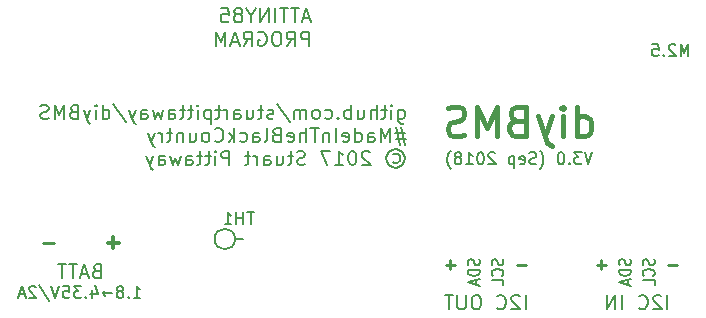
<source format=gbo>
G04 #@! TF.GenerationSoftware,KiCad,Pcbnew,(5.0.0-rc2-160-g7b7355772)*
G04 #@! TF.CreationDate,2018-09-02T18:15:38+01:00*
G04 #@! TF.ProjectId,BMS_Cell_Module,424D535F43656C6C5F4D6F64756C652E,3.0*
G04 #@! TF.SameCoordinates,Original*
G04 #@! TF.FileFunction,Legend,Bot*
G04 #@! TF.FilePolarity,Positive*
%FSLAX46Y46*%
G04 Gerber Fmt 4.6, Leading zero omitted, Abs format (unit mm)*
G04 Created by KiCad (PCBNEW (5.0.0-rc2-160-g7b7355772)) date 09/02/18 18:15:38*
%MOMM*%
%LPD*%
G01*
G04 APERTURE LIST*
%ADD10C,0.150000*%
%ADD11C,0.250000*%
%ADD12C,0.200000*%
%ADD13C,0.400000*%
%ADD14C,0.300000*%
G04 APERTURE END LIST*
D10*
X134150000Y-91950000D02*
X134800000Y-91950000D01*
X134148212Y-91950000D02*
G75*
G03X134148212Y-91950000I-873212J0D01*
G01*
X135735714Y-89702380D02*
X135164285Y-89702380D01*
X135450000Y-90702380D02*
X135450000Y-89702380D01*
X134830952Y-90702380D02*
X134830952Y-89702380D01*
X134830952Y-90178571D02*
X134259523Y-90178571D01*
X134259523Y-90702380D02*
X134259523Y-89702380D01*
X133259523Y-90702380D02*
X133830952Y-90702380D01*
X133545238Y-90702380D02*
X133545238Y-89702380D01*
X133640476Y-89845238D01*
X133735714Y-89940476D01*
X133830952Y-89988095D01*
D11*
X170769047Y-94121428D02*
X171530952Y-94121428D01*
X157969047Y-94121428D02*
X158730952Y-94121428D01*
X164769047Y-94121428D02*
X165530952Y-94121428D01*
X165150000Y-94502380D02*
X165150000Y-93740476D01*
X151969047Y-94121428D02*
X152730952Y-94121428D01*
X152350000Y-94502380D02*
X152350000Y-93740476D01*
D10*
X167604761Y-93657142D02*
X167652380Y-93785714D01*
X167652380Y-94000000D01*
X167604761Y-94085714D01*
X167557142Y-94128571D01*
X167461904Y-94171428D01*
X167366666Y-94171428D01*
X167271428Y-94128571D01*
X167223809Y-94085714D01*
X167176190Y-94000000D01*
X167128571Y-93828571D01*
X167080952Y-93742857D01*
X167033333Y-93700000D01*
X166938095Y-93657142D01*
X166842857Y-93657142D01*
X166747619Y-93700000D01*
X166700000Y-93742857D01*
X166652380Y-93828571D01*
X166652380Y-94042857D01*
X166700000Y-94171428D01*
X167652380Y-94557142D02*
X166652380Y-94557142D01*
X166652380Y-94771428D01*
X166700000Y-94900000D01*
X166795238Y-94985714D01*
X166890476Y-95028571D01*
X167080952Y-95071428D01*
X167223809Y-95071428D01*
X167414285Y-95028571D01*
X167509523Y-94985714D01*
X167604761Y-94900000D01*
X167652380Y-94771428D01*
X167652380Y-94557142D01*
X167366666Y-95414285D02*
X167366666Y-95842857D01*
X167652380Y-95328571D02*
X166652380Y-95628571D01*
X167652380Y-95928571D01*
X154804761Y-93657142D02*
X154852380Y-93785714D01*
X154852380Y-94000000D01*
X154804761Y-94085714D01*
X154757142Y-94128571D01*
X154661904Y-94171428D01*
X154566666Y-94171428D01*
X154471428Y-94128571D01*
X154423809Y-94085714D01*
X154376190Y-94000000D01*
X154328571Y-93828571D01*
X154280952Y-93742857D01*
X154233333Y-93700000D01*
X154138095Y-93657142D01*
X154042857Y-93657142D01*
X153947619Y-93700000D01*
X153900000Y-93742857D01*
X153852380Y-93828571D01*
X153852380Y-94042857D01*
X153900000Y-94171428D01*
X154852380Y-94557142D02*
X153852380Y-94557142D01*
X153852380Y-94771428D01*
X153900000Y-94900000D01*
X153995238Y-94985714D01*
X154090476Y-95028571D01*
X154280952Y-95071428D01*
X154423809Y-95071428D01*
X154614285Y-95028571D01*
X154709523Y-94985714D01*
X154804761Y-94900000D01*
X154852380Y-94771428D01*
X154852380Y-94557142D01*
X154566666Y-95414285D02*
X154566666Y-95842857D01*
X154852380Y-95328571D02*
X153852380Y-95628571D01*
X154852380Y-95928571D01*
X156804761Y-93653571D02*
X156852380Y-93782142D01*
X156852380Y-93996428D01*
X156804761Y-94082142D01*
X156757142Y-94125000D01*
X156661904Y-94167857D01*
X156566666Y-94167857D01*
X156471428Y-94125000D01*
X156423809Y-94082142D01*
X156376190Y-93996428D01*
X156328571Y-93825000D01*
X156280952Y-93739285D01*
X156233333Y-93696428D01*
X156138095Y-93653571D01*
X156042857Y-93653571D01*
X155947619Y-93696428D01*
X155900000Y-93739285D01*
X155852380Y-93825000D01*
X155852380Y-94039285D01*
X155900000Y-94167857D01*
X156757142Y-95067857D02*
X156804761Y-95025000D01*
X156852380Y-94896428D01*
X156852380Y-94810714D01*
X156804761Y-94682142D01*
X156709523Y-94596428D01*
X156614285Y-94553571D01*
X156423809Y-94510714D01*
X156280952Y-94510714D01*
X156090476Y-94553571D01*
X155995238Y-94596428D01*
X155900000Y-94682142D01*
X155852380Y-94810714D01*
X155852380Y-94896428D01*
X155900000Y-95025000D01*
X155947619Y-95067857D01*
X156852380Y-95882142D02*
X156852380Y-95453571D01*
X155852380Y-95453571D01*
X169604761Y-93653571D02*
X169652380Y-93782142D01*
X169652380Y-93996428D01*
X169604761Y-94082142D01*
X169557142Y-94125000D01*
X169461904Y-94167857D01*
X169366666Y-94167857D01*
X169271428Y-94125000D01*
X169223809Y-94082142D01*
X169176190Y-93996428D01*
X169128571Y-93825000D01*
X169080952Y-93739285D01*
X169033333Y-93696428D01*
X168938095Y-93653571D01*
X168842857Y-93653571D01*
X168747619Y-93696428D01*
X168700000Y-93739285D01*
X168652380Y-93825000D01*
X168652380Y-94039285D01*
X168700000Y-94167857D01*
X169557142Y-95067857D02*
X169604761Y-95025000D01*
X169652380Y-94896428D01*
X169652380Y-94810714D01*
X169604761Y-94682142D01*
X169509523Y-94596428D01*
X169414285Y-94553571D01*
X169223809Y-94510714D01*
X169080952Y-94510714D01*
X168890476Y-94553571D01*
X168795238Y-94596428D01*
X168700000Y-94682142D01*
X168652380Y-94810714D01*
X168652380Y-94896428D01*
X168700000Y-95025000D01*
X168747619Y-95067857D01*
X169652380Y-95882142D02*
X169652380Y-95453571D01*
X168652380Y-95453571D01*
X125546428Y-96927380D02*
X126117857Y-96927380D01*
X125832142Y-96927380D02*
X125832142Y-95927380D01*
X125927380Y-96070238D01*
X126022619Y-96165476D01*
X126117857Y-96213095D01*
X125117857Y-96832142D02*
X125070238Y-96879761D01*
X125117857Y-96927380D01*
X125165476Y-96879761D01*
X125117857Y-96832142D01*
X125117857Y-96927380D01*
X124498809Y-96355952D02*
X124594047Y-96308333D01*
X124641666Y-96260714D01*
X124689285Y-96165476D01*
X124689285Y-96117857D01*
X124641666Y-96022619D01*
X124594047Y-95975000D01*
X124498809Y-95927380D01*
X124308333Y-95927380D01*
X124213095Y-95975000D01*
X124165476Y-96022619D01*
X124117857Y-96117857D01*
X124117857Y-96165476D01*
X124165476Y-96260714D01*
X124213095Y-96308333D01*
X124308333Y-96355952D01*
X124498809Y-96355952D01*
X124594047Y-96403571D01*
X124641666Y-96451190D01*
X124689285Y-96546428D01*
X124689285Y-96736904D01*
X124641666Y-96832142D01*
X124594047Y-96879761D01*
X124498809Y-96927380D01*
X124308333Y-96927380D01*
X124213095Y-96879761D01*
X124165476Y-96832142D01*
X124117857Y-96736904D01*
X124117857Y-96546428D01*
X124165476Y-96451190D01*
X124213095Y-96403571D01*
X124308333Y-96355952D01*
X123689285Y-96546428D02*
X122927380Y-96546428D01*
X123117857Y-96736904D02*
X122927380Y-96546428D01*
X123117857Y-96355952D01*
X122022619Y-96260714D02*
X122022619Y-96927380D01*
X122260714Y-95879761D02*
X122498809Y-96594047D01*
X121879761Y-96594047D01*
X121498809Y-96832142D02*
X121451190Y-96879761D01*
X121498809Y-96927380D01*
X121546428Y-96879761D01*
X121498809Y-96832142D01*
X121498809Y-96927380D01*
X121117857Y-95927380D02*
X120498809Y-95927380D01*
X120832142Y-96308333D01*
X120689285Y-96308333D01*
X120594047Y-96355952D01*
X120546428Y-96403571D01*
X120498809Y-96498809D01*
X120498809Y-96736904D01*
X120546428Y-96832142D01*
X120594047Y-96879761D01*
X120689285Y-96927380D01*
X120975000Y-96927380D01*
X121070238Y-96879761D01*
X121117857Y-96832142D01*
X119594047Y-95927380D02*
X120070238Y-95927380D01*
X120117857Y-96403571D01*
X120070238Y-96355952D01*
X119975000Y-96308333D01*
X119736904Y-96308333D01*
X119641666Y-96355952D01*
X119594047Y-96403571D01*
X119546428Y-96498809D01*
X119546428Y-96736904D01*
X119594047Y-96832142D01*
X119641666Y-96879761D01*
X119736904Y-96927380D01*
X119975000Y-96927380D01*
X120070238Y-96879761D01*
X120117857Y-96832142D01*
X119260714Y-95927380D02*
X118927380Y-96927380D01*
X118594047Y-95927380D01*
X117546428Y-95879761D02*
X118403571Y-97165476D01*
X117260714Y-96022619D02*
X117213095Y-95975000D01*
X117117857Y-95927380D01*
X116879761Y-95927380D01*
X116784523Y-95975000D01*
X116736904Y-96022619D01*
X116689285Y-96117857D01*
X116689285Y-96213095D01*
X116736904Y-96355952D01*
X117308333Y-96927380D01*
X116689285Y-96927380D01*
X116308333Y-96641666D02*
X115832142Y-96641666D01*
X116403571Y-96927380D02*
X116070238Y-95927380D01*
X115736904Y-96927380D01*
D12*
X140461428Y-73260000D02*
X139890000Y-73260000D01*
X140575714Y-73602857D02*
X140175714Y-72402857D01*
X139775714Y-73602857D01*
X139547142Y-72402857D02*
X138861428Y-72402857D01*
X139204285Y-73602857D02*
X139204285Y-72402857D01*
X138632857Y-72402857D02*
X137947142Y-72402857D01*
X138290000Y-73602857D02*
X138290000Y-72402857D01*
X137547142Y-73602857D02*
X137547142Y-72402857D01*
X136975714Y-73602857D02*
X136975714Y-72402857D01*
X136290000Y-73602857D01*
X136290000Y-72402857D01*
X135490000Y-73031428D02*
X135490000Y-73602857D01*
X135890000Y-72402857D02*
X135490000Y-73031428D01*
X135090000Y-72402857D01*
X134518571Y-72917142D02*
X134632857Y-72860000D01*
X134690000Y-72802857D01*
X134747142Y-72688571D01*
X134747142Y-72631428D01*
X134690000Y-72517142D01*
X134632857Y-72460000D01*
X134518571Y-72402857D01*
X134290000Y-72402857D01*
X134175714Y-72460000D01*
X134118571Y-72517142D01*
X134061428Y-72631428D01*
X134061428Y-72688571D01*
X134118571Y-72802857D01*
X134175714Y-72860000D01*
X134290000Y-72917142D01*
X134518571Y-72917142D01*
X134632857Y-72974285D01*
X134690000Y-73031428D01*
X134747142Y-73145714D01*
X134747142Y-73374285D01*
X134690000Y-73488571D01*
X134632857Y-73545714D01*
X134518571Y-73602857D01*
X134290000Y-73602857D01*
X134175714Y-73545714D01*
X134118571Y-73488571D01*
X134061428Y-73374285D01*
X134061428Y-73145714D01*
X134118571Y-73031428D01*
X134175714Y-72974285D01*
X134290000Y-72917142D01*
X132975714Y-72402857D02*
X133547142Y-72402857D01*
X133604285Y-72974285D01*
X133547142Y-72917142D01*
X133432857Y-72860000D01*
X133147142Y-72860000D01*
X133032857Y-72917142D01*
X132975714Y-72974285D01*
X132918571Y-73088571D01*
X132918571Y-73374285D01*
X132975714Y-73488571D01*
X133032857Y-73545714D01*
X133147142Y-73602857D01*
X133432857Y-73602857D01*
X133547142Y-73545714D01*
X133604285Y-73488571D01*
X140404285Y-75602857D02*
X140404285Y-74402857D01*
X139947142Y-74402857D01*
X139832857Y-74460000D01*
X139775714Y-74517142D01*
X139718571Y-74631428D01*
X139718571Y-74802857D01*
X139775714Y-74917142D01*
X139832857Y-74974285D01*
X139947142Y-75031428D01*
X140404285Y-75031428D01*
X138518571Y-75602857D02*
X138918571Y-75031428D01*
X139204285Y-75602857D02*
X139204285Y-74402857D01*
X138747142Y-74402857D01*
X138632857Y-74460000D01*
X138575714Y-74517142D01*
X138518571Y-74631428D01*
X138518571Y-74802857D01*
X138575714Y-74917142D01*
X138632857Y-74974285D01*
X138747142Y-75031428D01*
X139204285Y-75031428D01*
X137775714Y-74402857D02*
X137547142Y-74402857D01*
X137432857Y-74460000D01*
X137318571Y-74574285D01*
X137261428Y-74802857D01*
X137261428Y-75202857D01*
X137318571Y-75431428D01*
X137432857Y-75545714D01*
X137547142Y-75602857D01*
X137775714Y-75602857D01*
X137890000Y-75545714D01*
X138004285Y-75431428D01*
X138061428Y-75202857D01*
X138061428Y-74802857D01*
X138004285Y-74574285D01*
X137890000Y-74460000D01*
X137775714Y-74402857D01*
X136118571Y-74460000D02*
X136232857Y-74402857D01*
X136404285Y-74402857D01*
X136575714Y-74460000D01*
X136690000Y-74574285D01*
X136747142Y-74688571D01*
X136804285Y-74917142D01*
X136804285Y-75088571D01*
X136747142Y-75317142D01*
X136690000Y-75431428D01*
X136575714Y-75545714D01*
X136404285Y-75602857D01*
X136290000Y-75602857D01*
X136118571Y-75545714D01*
X136061428Y-75488571D01*
X136061428Y-75088571D01*
X136290000Y-75088571D01*
X134861428Y-75602857D02*
X135261428Y-75031428D01*
X135547142Y-75602857D02*
X135547142Y-74402857D01*
X135090000Y-74402857D01*
X134975714Y-74460000D01*
X134918571Y-74517142D01*
X134861428Y-74631428D01*
X134861428Y-74802857D01*
X134918571Y-74917142D01*
X134975714Y-74974285D01*
X135090000Y-75031428D01*
X135547142Y-75031428D01*
X134404285Y-75260000D02*
X133832857Y-75260000D01*
X134518571Y-75602857D02*
X134118571Y-74402857D01*
X133718571Y-75602857D01*
X133318571Y-75602857D02*
X133318571Y-74402857D01*
X132918571Y-75260000D01*
X132518571Y-74402857D01*
X132518571Y-75602857D01*
D10*
X172523809Y-76452380D02*
X172523809Y-75452380D01*
X172190476Y-76166666D01*
X171857142Y-75452380D01*
X171857142Y-76452380D01*
X171428571Y-75547619D02*
X171380952Y-75500000D01*
X171285714Y-75452380D01*
X171047619Y-75452380D01*
X170952380Y-75500000D01*
X170904761Y-75547619D01*
X170857142Y-75642857D01*
X170857142Y-75738095D01*
X170904761Y-75880952D01*
X171476190Y-76452380D01*
X170857142Y-76452380D01*
X170428571Y-76357142D02*
X170380952Y-76404761D01*
X170428571Y-76452380D01*
X170476190Y-76404761D01*
X170428571Y-76357142D01*
X170428571Y-76452380D01*
X169476190Y-75452380D02*
X169952380Y-75452380D01*
X170000000Y-75928571D01*
X169952380Y-75880952D01*
X169857142Y-75833333D01*
X169619047Y-75833333D01*
X169523809Y-75880952D01*
X169476190Y-75928571D01*
X169428571Y-76023809D01*
X169428571Y-76261904D01*
X169476190Y-76357142D01*
X169523809Y-76404761D01*
X169619047Y-76452380D01*
X169857142Y-76452380D01*
X169952380Y-76404761D01*
X170000000Y-76357142D01*
X147952500Y-80992857D02*
X147952500Y-81964285D01*
X148009642Y-82078571D01*
X148066785Y-82135714D01*
X148181071Y-82192857D01*
X148352500Y-82192857D01*
X148466785Y-82135714D01*
X147952500Y-81735714D02*
X148066785Y-81792857D01*
X148295357Y-81792857D01*
X148409642Y-81735714D01*
X148466785Y-81678571D01*
X148523928Y-81564285D01*
X148523928Y-81221428D01*
X148466785Y-81107142D01*
X148409642Y-81050000D01*
X148295357Y-80992857D01*
X148066785Y-80992857D01*
X147952500Y-81050000D01*
X147381071Y-81792857D02*
X147381071Y-80992857D01*
X147381071Y-80592857D02*
X147438214Y-80650000D01*
X147381071Y-80707142D01*
X147323928Y-80650000D01*
X147381071Y-80592857D01*
X147381071Y-80707142D01*
X146981071Y-80992857D02*
X146523928Y-80992857D01*
X146809642Y-80592857D02*
X146809642Y-81621428D01*
X146752500Y-81735714D01*
X146638214Y-81792857D01*
X146523928Y-81792857D01*
X146123928Y-81792857D02*
X146123928Y-80592857D01*
X145609642Y-81792857D02*
X145609642Y-81164285D01*
X145666785Y-81050000D01*
X145781071Y-80992857D01*
X145952500Y-80992857D01*
X146066785Y-81050000D01*
X146123928Y-81107142D01*
X144523928Y-80992857D02*
X144523928Y-81792857D01*
X145038214Y-80992857D02*
X145038214Y-81621428D01*
X144981071Y-81735714D01*
X144866785Y-81792857D01*
X144695357Y-81792857D01*
X144581071Y-81735714D01*
X144523928Y-81678571D01*
X143952500Y-81792857D02*
X143952500Y-80592857D01*
X143952500Y-81050000D02*
X143838214Y-80992857D01*
X143609642Y-80992857D01*
X143495357Y-81050000D01*
X143438214Y-81107142D01*
X143381071Y-81221428D01*
X143381071Y-81564285D01*
X143438214Y-81678571D01*
X143495357Y-81735714D01*
X143609642Y-81792857D01*
X143838214Y-81792857D01*
X143952500Y-81735714D01*
X142866785Y-81678571D02*
X142809642Y-81735714D01*
X142866785Y-81792857D01*
X142923928Y-81735714D01*
X142866785Y-81678571D01*
X142866785Y-81792857D01*
X141781071Y-81735714D02*
X141895357Y-81792857D01*
X142123928Y-81792857D01*
X142238214Y-81735714D01*
X142295357Y-81678571D01*
X142352500Y-81564285D01*
X142352500Y-81221428D01*
X142295357Y-81107142D01*
X142238214Y-81050000D01*
X142123928Y-80992857D01*
X141895357Y-80992857D01*
X141781071Y-81050000D01*
X141095357Y-81792857D02*
X141209642Y-81735714D01*
X141266785Y-81678571D01*
X141323928Y-81564285D01*
X141323928Y-81221428D01*
X141266785Y-81107142D01*
X141209642Y-81050000D01*
X141095357Y-80992857D01*
X140923928Y-80992857D01*
X140809642Y-81050000D01*
X140752500Y-81107142D01*
X140695357Y-81221428D01*
X140695357Y-81564285D01*
X140752500Y-81678571D01*
X140809642Y-81735714D01*
X140923928Y-81792857D01*
X141095357Y-81792857D01*
X140181071Y-81792857D02*
X140181071Y-80992857D01*
X140181071Y-81107142D02*
X140123928Y-81050000D01*
X140009642Y-80992857D01*
X139838214Y-80992857D01*
X139723928Y-81050000D01*
X139666785Y-81164285D01*
X139666785Y-81792857D01*
X139666785Y-81164285D02*
X139609642Y-81050000D01*
X139495357Y-80992857D01*
X139323928Y-80992857D01*
X139209642Y-81050000D01*
X139152500Y-81164285D01*
X139152500Y-81792857D01*
X137723928Y-80535714D02*
X138752500Y-82078571D01*
X137381071Y-81735714D02*
X137266785Y-81792857D01*
X137038214Y-81792857D01*
X136923928Y-81735714D01*
X136866785Y-81621428D01*
X136866785Y-81564285D01*
X136923928Y-81450000D01*
X137038214Y-81392857D01*
X137209642Y-81392857D01*
X137323928Y-81335714D01*
X137381071Y-81221428D01*
X137381071Y-81164285D01*
X137323928Y-81050000D01*
X137209642Y-80992857D01*
X137038214Y-80992857D01*
X136923928Y-81050000D01*
X136523928Y-80992857D02*
X136066785Y-80992857D01*
X136352500Y-80592857D02*
X136352500Y-81621428D01*
X136295357Y-81735714D01*
X136181071Y-81792857D01*
X136066785Y-81792857D01*
X135152500Y-80992857D02*
X135152500Y-81792857D01*
X135666785Y-80992857D02*
X135666785Y-81621428D01*
X135609642Y-81735714D01*
X135495357Y-81792857D01*
X135323928Y-81792857D01*
X135209642Y-81735714D01*
X135152500Y-81678571D01*
X134066785Y-81792857D02*
X134066785Y-81164285D01*
X134123928Y-81050000D01*
X134238214Y-80992857D01*
X134466785Y-80992857D01*
X134581071Y-81050000D01*
X134066785Y-81735714D02*
X134181071Y-81792857D01*
X134466785Y-81792857D01*
X134581071Y-81735714D01*
X134638214Y-81621428D01*
X134638214Y-81507142D01*
X134581071Y-81392857D01*
X134466785Y-81335714D01*
X134181071Y-81335714D01*
X134066785Y-81278571D01*
X133495357Y-81792857D02*
X133495357Y-80992857D01*
X133495357Y-81221428D02*
X133438214Y-81107142D01*
X133381071Y-81050000D01*
X133266785Y-80992857D01*
X133152499Y-80992857D01*
X132923928Y-80992857D02*
X132466785Y-80992857D01*
X132752499Y-80592857D02*
X132752499Y-81621428D01*
X132695357Y-81735714D01*
X132581071Y-81792857D01*
X132466785Y-81792857D01*
X132066785Y-80992857D02*
X132066785Y-82192857D01*
X132066785Y-81050000D02*
X131952499Y-80992857D01*
X131723928Y-80992857D01*
X131609642Y-81050000D01*
X131552499Y-81107142D01*
X131495357Y-81221428D01*
X131495357Y-81564285D01*
X131552499Y-81678571D01*
X131609642Y-81735714D01*
X131723928Y-81792857D01*
X131952499Y-81792857D01*
X132066785Y-81735714D01*
X130981071Y-81792857D02*
X130981071Y-80992857D01*
X130981071Y-80592857D02*
X131038214Y-80650000D01*
X130981071Y-80707142D01*
X130923928Y-80650000D01*
X130981071Y-80592857D01*
X130981071Y-80707142D01*
X130581071Y-80992857D02*
X130123928Y-80992857D01*
X130409642Y-80592857D02*
X130409642Y-81621428D01*
X130352499Y-81735714D01*
X130238214Y-81792857D01*
X130123928Y-81792857D01*
X129895357Y-80992857D02*
X129438214Y-80992857D01*
X129723928Y-80592857D02*
X129723928Y-81621428D01*
X129666785Y-81735714D01*
X129552499Y-81792857D01*
X129438214Y-81792857D01*
X128523928Y-81792857D02*
X128523928Y-81164285D01*
X128581071Y-81050000D01*
X128695357Y-80992857D01*
X128923928Y-80992857D01*
X129038214Y-81050000D01*
X128523928Y-81735714D02*
X128638214Y-81792857D01*
X128923928Y-81792857D01*
X129038214Y-81735714D01*
X129095357Y-81621428D01*
X129095357Y-81507142D01*
X129038214Y-81392857D01*
X128923928Y-81335714D01*
X128638214Y-81335714D01*
X128523928Y-81278571D01*
X128066785Y-80992857D02*
X127838214Y-81792857D01*
X127609642Y-81221428D01*
X127381071Y-81792857D01*
X127152499Y-80992857D01*
X126181071Y-81792857D02*
X126181071Y-81164285D01*
X126238214Y-81050000D01*
X126352499Y-80992857D01*
X126581071Y-80992857D01*
X126695357Y-81050000D01*
X126181071Y-81735714D02*
X126295357Y-81792857D01*
X126581071Y-81792857D01*
X126695357Y-81735714D01*
X126752499Y-81621428D01*
X126752499Y-81507142D01*
X126695357Y-81392857D01*
X126581071Y-81335714D01*
X126295357Y-81335714D01*
X126181071Y-81278571D01*
X125723928Y-80992857D02*
X125438214Y-81792857D01*
X125152499Y-80992857D02*
X125438214Y-81792857D01*
X125552499Y-82078571D01*
X125609642Y-82135714D01*
X125723928Y-82192857D01*
X123838214Y-80535714D02*
X124866785Y-82078571D01*
X122923928Y-81792857D02*
X122923928Y-80592857D01*
X122923928Y-81735714D02*
X123038214Y-81792857D01*
X123266785Y-81792857D01*
X123381071Y-81735714D01*
X123438214Y-81678571D01*
X123495357Y-81564285D01*
X123495357Y-81221428D01*
X123438214Y-81107142D01*
X123381071Y-81050000D01*
X123266785Y-80992857D01*
X123038214Y-80992857D01*
X122923928Y-81050000D01*
X122352499Y-81792857D02*
X122352499Y-80992857D01*
X122352499Y-80592857D02*
X122409642Y-80650000D01*
X122352499Y-80707142D01*
X122295357Y-80650000D01*
X122352499Y-80592857D01*
X122352499Y-80707142D01*
X121895357Y-80992857D02*
X121609642Y-81792857D01*
X121323928Y-80992857D02*
X121609642Y-81792857D01*
X121723928Y-82078571D01*
X121781071Y-82135714D01*
X121895357Y-82192857D01*
X120466785Y-81164285D02*
X120295357Y-81221428D01*
X120238214Y-81278571D01*
X120181071Y-81392857D01*
X120181071Y-81564285D01*
X120238214Y-81678571D01*
X120295357Y-81735714D01*
X120409642Y-81792857D01*
X120866785Y-81792857D01*
X120866785Y-80592857D01*
X120466785Y-80592857D01*
X120352499Y-80650000D01*
X120295357Y-80707142D01*
X120238214Y-80821428D01*
X120238214Y-80935714D01*
X120295357Y-81050000D01*
X120352499Y-81107142D01*
X120466785Y-81164285D01*
X120866785Y-81164285D01*
X119666785Y-81792857D02*
X119666785Y-80592857D01*
X119266785Y-81450000D01*
X118866785Y-80592857D01*
X118866785Y-81792857D01*
X118352499Y-81735714D02*
X118181071Y-81792857D01*
X117895357Y-81792857D01*
X117781071Y-81735714D01*
X117723928Y-81678571D01*
X117666785Y-81564285D01*
X117666785Y-81450000D01*
X117723928Y-81335714D01*
X117781071Y-81278571D01*
X117895357Y-81221428D01*
X118123928Y-81164285D01*
X118238214Y-81107142D01*
X118295357Y-81050000D01*
X118352499Y-80935714D01*
X118352499Y-80821428D01*
X118295357Y-80707142D01*
X118238214Y-80650000D01*
X118123928Y-80592857D01*
X117838214Y-80592857D01*
X117666785Y-80650000D01*
X148523928Y-82942857D02*
X147666785Y-82942857D01*
X148181071Y-82428571D02*
X148523928Y-83971428D01*
X147781071Y-83457142D02*
X148638214Y-83457142D01*
X148123928Y-83971428D02*
X147781071Y-82428571D01*
X147266785Y-83742857D02*
X147266785Y-82542857D01*
X146866785Y-83400000D01*
X146466785Y-82542857D01*
X146466785Y-83742857D01*
X145381071Y-83742857D02*
X145381071Y-83114285D01*
X145438214Y-83000000D01*
X145552500Y-82942857D01*
X145781071Y-82942857D01*
X145895357Y-83000000D01*
X145381071Y-83685714D02*
X145495357Y-83742857D01*
X145781071Y-83742857D01*
X145895357Y-83685714D01*
X145952500Y-83571428D01*
X145952500Y-83457142D01*
X145895357Y-83342857D01*
X145781071Y-83285714D01*
X145495357Y-83285714D01*
X145381071Y-83228571D01*
X144295357Y-83742857D02*
X144295357Y-82542857D01*
X144295357Y-83685714D02*
X144409642Y-83742857D01*
X144638214Y-83742857D01*
X144752500Y-83685714D01*
X144809642Y-83628571D01*
X144866785Y-83514285D01*
X144866785Y-83171428D01*
X144809642Y-83057142D01*
X144752500Y-83000000D01*
X144638214Y-82942857D01*
X144409642Y-82942857D01*
X144295357Y-83000000D01*
X143266785Y-83685714D02*
X143381071Y-83742857D01*
X143609642Y-83742857D01*
X143723928Y-83685714D01*
X143781071Y-83571428D01*
X143781071Y-83114285D01*
X143723928Y-83000000D01*
X143609642Y-82942857D01*
X143381071Y-82942857D01*
X143266785Y-83000000D01*
X143209642Y-83114285D01*
X143209642Y-83228571D01*
X143781071Y-83342857D01*
X142695357Y-83742857D02*
X142695357Y-82542857D01*
X142123928Y-82942857D02*
X142123928Y-83742857D01*
X142123928Y-83057142D02*
X142066785Y-83000000D01*
X141952500Y-82942857D01*
X141781071Y-82942857D01*
X141666785Y-83000000D01*
X141609642Y-83114285D01*
X141609642Y-83742857D01*
X141209642Y-82542857D02*
X140523928Y-82542857D01*
X140866785Y-83742857D02*
X140866785Y-82542857D01*
X140123928Y-83742857D02*
X140123928Y-82542857D01*
X139609642Y-83742857D02*
X139609642Y-83114285D01*
X139666785Y-83000000D01*
X139781071Y-82942857D01*
X139952500Y-82942857D01*
X140066785Y-83000000D01*
X140123928Y-83057142D01*
X138581071Y-83685714D02*
X138695357Y-83742857D01*
X138923928Y-83742857D01*
X139038214Y-83685714D01*
X139095357Y-83571428D01*
X139095357Y-83114285D01*
X139038214Y-83000000D01*
X138923928Y-82942857D01*
X138695357Y-82942857D01*
X138581071Y-83000000D01*
X138523928Y-83114285D01*
X138523928Y-83228571D01*
X139095357Y-83342857D01*
X137609642Y-83114285D02*
X137438214Y-83171428D01*
X137381071Y-83228571D01*
X137323928Y-83342857D01*
X137323928Y-83514285D01*
X137381071Y-83628571D01*
X137438214Y-83685714D01*
X137552500Y-83742857D01*
X138009642Y-83742857D01*
X138009642Y-82542857D01*
X137609642Y-82542857D01*
X137495357Y-82600000D01*
X137438214Y-82657142D01*
X137381071Y-82771428D01*
X137381071Y-82885714D01*
X137438214Y-83000000D01*
X137495357Y-83057142D01*
X137609642Y-83114285D01*
X138009642Y-83114285D01*
X136638214Y-83742857D02*
X136752500Y-83685714D01*
X136809642Y-83571428D01*
X136809642Y-82542857D01*
X135666785Y-83742857D02*
X135666785Y-83114285D01*
X135723928Y-83000000D01*
X135838214Y-82942857D01*
X136066785Y-82942857D01*
X136181071Y-83000000D01*
X135666785Y-83685714D02*
X135781071Y-83742857D01*
X136066785Y-83742857D01*
X136181071Y-83685714D01*
X136238214Y-83571428D01*
X136238214Y-83457142D01*
X136181071Y-83342857D01*
X136066785Y-83285714D01*
X135781071Y-83285714D01*
X135666785Y-83228571D01*
X134581071Y-83685714D02*
X134695357Y-83742857D01*
X134923928Y-83742857D01*
X135038214Y-83685714D01*
X135095357Y-83628571D01*
X135152500Y-83514285D01*
X135152500Y-83171428D01*
X135095357Y-83057142D01*
X135038214Y-83000000D01*
X134923928Y-82942857D01*
X134695357Y-82942857D01*
X134581071Y-83000000D01*
X134066785Y-83742857D02*
X134066785Y-82542857D01*
X133952500Y-83285714D02*
X133609642Y-83742857D01*
X133609642Y-82942857D02*
X134066785Y-83400000D01*
X132409642Y-83628571D02*
X132466785Y-83685714D01*
X132638214Y-83742857D01*
X132752500Y-83742857D01*
X132923928Y-83685714D01*
X133038214Y-83571428D01*
X133095357Y-83457142D01*
X133152500Y-83228571D01*
X133152500Y-83057142D01*
X133095357Y-82828571D01*
X133038214Y-82714285D01*
X132923928Y-82600000D01*
X132752500Y-82542857D01*
X132638214Y-82542857D01*
X132466785Y-82600000D01*
X132409642Y-82657142D01*
X131723928Y-83742857D02*
X131838214Y-83685714D01*
X131895357Y-83628571D01*
X131952500Y-83514285D01*
X131952500Y-83171428D01*
X131895357Y-83057142D01*
X131838214Y-83000000D01*
X131723928Y-82942857D01*
X131552500Y-82942857D01*
X131438214Y-83000000D01*
X131381071Y-83057142D01*
X131323928Y-83171428D01*
X131323928Y-83514285D01*
X131381071Y-83628571D01*
X131438214Y-83685714D01*
X131552500Y-83742857D01*
X131723928Y-83742857D01*
X130295357Y-82942857D02*
X130295357Y-83742857D01*
X130809642Y-82942857D02*
X130809642Y-83571428D01*
X130752500Y-83685714D01*
X130638214Y-83742857D01*
X130466785Y-83742857D01*
X130352500Y-83685714D01*
X130295357Y-83628571D01*
X129723928Y-82942857D02*
X129723928Y-83742857D01*
X129723928Y-83057142D02*
X129666785Y-83000000D01*
X129552500Y-82942857D01*
X129381071Y-82942857D01*
X129266785Y-83000000D01*
X129209642Y-83114285D01*
X129209642Y-83742857D01*
X128809642Y-82942857D02*
X128352500Y-82942857D01*
X128638214Y-82542857D02*
X128638214Y-83571428D01*
X128581071Y-83685714D01*
X128466785Y-83742857D01*
X128352500Y-83742857D01*
X127952500Y-83742857D02*
X127952500Y-82942857D01*
X127952500Y-83171428D02*
X127895357Y-83057142D01*
X127838214Y-83000000D01*
X127723928Y-82942857D01*
X127609642Y-82942857D01*
X127323928Y-82942857D02*
X127038214Y-83742857D01*
X126752500Y-82942857D02*
X127038214Y-83742857D01*
X127152500Y-84028571D01*
X127209642Y-84085714D01*
X127323928Y-84142857D01*
X147495357Y-84778571D02*
X147609642Y-84721428D01*
X147838214Y-84721428D01*
X147952500Y-84778571D01*
X148066785Y-84892857D01*
X148123928Y-85007142D01*
X148123928Y-85235714D01*
X148066785Y-85350000D01*
X147952500Y-85464285D01*
X147838214Y-85521428D01*
X147609642Y-85521428D01*
X147495357Y-85464285D01*
X147723928Y-84321428D02*
X148009642Y-84378571D01*
X148295357Y-84550000D01*
X148466785Y-84835714D01*
X148523928Y-85121428D01*
X148466785Y-85407142D01*
X148295357Y-85692857D01*
X148009642Y-85864285D01*
X147723928Y-85921428D01*
X147438214Y-85864285D01*
X147152500Y-85692857D01*
X146981071Y-85407142D01*
X146923928Y-85121428D01*
X146981071Y-84835714D01*
X147152500Y-84550000D01*
X147438214Y-84378571D01*
X147723928Y-84321428D01*
X145552500Y-84607142D02*
X145495357Y-84550000D01*
X145381071Y-84492857D01*
X145095357Y-84492857D01*
X144981071Y-84550000D01*
X144923928Y-84607142D01*
X144866785Y-84721428D01*
X144866785Y-84835714D01*
X144923928Y-85007142D01*
X145609642Y-85692857D01*
X144866785Y-85692857D01*
X144123928Y-84492857D02*
X144009642Y-84492857D01*
X143895357Y-84550000D01*
X143838214Y-84607142D01*
X143781071Y-84721428D01*
X143723928Y-84950000D01*
X143723928Y-85235714D01*
X143781071Y-85464285D01*
X143838214Y-85578571D01*
X143895357Y-85635714D01*
X144009642Y-85692857D01*
X144123928Y-85692857D01*
X144238214Y-85635714D01*
X144295357Y-85578571D01*
X144352500Y-85464285D01*
X144409642Y-85235714D01*
X144409642Y-84950000D01*
X144352500Y-84721428D01*
X144295357Y-84607142D01*
X144238214Y-84550000D01*
X144123928Y-84492857D01*
X142581071Y-85692857D02*
X143266785Y-85692857D01*
X142923928Y-85692857D02*
X142923928Y-84492857D01*
X143038214Y-84664285D01*
X143152500Y-84778571D01*
X143266785Y-84835714D01*
X142181071Y-84492857D02*
X141381071Y-84492857D01*
X141895357Y-85692857D01*
X140066785Y-85635714D02*
X139895357Y-85692857D01*
X139609642Y-85692857D01*
X139495357Y-85635714D01*
X139438214Y-85578571D01*
X139381071Y-85464285D01*
X139381071Y-85350000D01*
X139438214Y-85235714D01*
X139495357Y-85178571D01*
X139609642Y-85121428D01*
X139838214Y-85064285D01*
X139952500Y-85007142D01*
X140009642Y-84950000D01*
X140066785Y-84835714D01*
X140066785Y-84721428D01*
X140009642Y-84607142D01*
X139952500Y-84550000D01*
X139838214Y-84492857D01*
X139552500Y-84492857D01*
X139381071Y-84550000D01*
X139038214Y-84892857D02*
X138581071Y-84892857D01*
X138866785Y-84492857D02*
X138866785Y-85521428D01*
X138809642Y-85635714D01*
X138695357Y-85692857D01*
X138581071Y-85692857D01*
X137666785Y-84892857D02*
X137666785Y-85692857D01*
X138181071Y-84892857D02*
X138181071Y-85521428D01*
X138123928Y-85635714D01*
X138009642Y-85692857D01*
X137838214Y-85692857D01*
X137723928Y-85635714D01*
X137666785Y-85578571D01*
X136581071Y-85692857D02*
X136581071Y-85064285D01*
X136638214Y-84950000D01*
X136752500Y-84892857D01*
X136981071Y-84892857D01*
X137095357Y-84950000D01*
X136581071Y-85635714D02*
X136695357Y-85692857D01*
X136981071Y-85692857D01*
X137095357Y-85635714D01*
X137152500Y-85521428D01*
X137152500Y-85407142D01*
X137095357Y-85292857D01*
X136981071Y-85235714D01*
X136695357Y-85235714D01*
X136581071Y-85178571D01*
X136009642Y-85692857D02*
X136009642Y-84892857D01*
X136009642Y-85121428D02*
X135952500Y-85007142D01*
X135895357Y-84950000D01*
X135781071Y-84892857D01*
X135666785Y-84892857D01*
X135438214Y-84892857D02*
X134981071Y-84892857D01*
X135266785Y-84492857D02*
X135266785Y-85521428D01*
X135209642Y-85635714D01*
X135095357Y-85692857D01*
X134981071Y-85692857D01*
X133666785Y-85692857D02*
X133666785Y-84492857D01*
X133209642Y-84492857D01*
X133095357Y-84550000D01*
X133038214Y-84607142D01*
X132981071Y-84721428D01*
X132981071Y-84892857D01*
X133038214Y-85007142D01*
X133095357Y-85064285D01*
X133209642Y-85121428D01*
X133666785Y-85121428D01*
X132466785Y-85692857D02*
X132466785Y-84892857D01*
X132466785Y-84492857D02*
X132523928Y-84550000D01*
X132466785Y-84607142D01*
X132409642Y-84550000D01*
X132466785Y-84492857D01*
X132466785Y-84607142D01*
X132066785Y-84892857D02*
X131609642Y-84892857D01*
X131895357Y-84492857D02*
X131895357Y-85521428D01*
X131838214Y-85635714D01*
X131723928Y-85692857D01*
X131609642Y-85692857D01*
X131381071Y-84892857D02*
X130923928Y-84892857D01*
X131209642Y-84492857D02*
X131209642Y-85521428D01*
X131152500Y-85635714D01*
X131038214Y-85692857D01*
X130923928Y-85692857D01*
X130009642Y-85692857D02*
X130009642Y-85064285D01*
X130066785Y-84950000D01*
X130181071Y-84892857D01*
X130409642Y-84892857D01*
X130523928Y-84950000D01*
X130009642Y-85635714D02*
X130123928Y-85692857D01*
X130409642Y-85692857D01*
X130523928Y-85635714D01*
X130581071Y-85521428D01*
X130581071Y-85407142D01*
X130523928Y-85292857D01*
X130409642Y-85235714D01*
X130123928Y-85235714D01*
X130009642Y-85178571D01*
X129552500Y-84892857D02*
X129323928Y-85692857D01*
X129095357Y-85121428D01*
X128866785Y-85692857D01*
X128638214Y-84892857D01*
X127666785Y-85692857D02*
X127666785Y-85064285D01*
X127723928Y-84950000D01*
X127838214Y-84892857D01*
X128066785Y-84892857D01*
X128181071Y-84950000D01*
X127666785Y-85635714D02*
X127781071Y-85692857D01*
X128066785Y-85692857D01*
X128181071Y-85635714D01*
X128238214Y-85521428D01*
X128238214Y-85407142D01*
X128181071Y-85292857D01*
X128066785Y-85235714D01*
X127781071Y-85235714D01*
X127666785Y-85178571D01*
X127209642Y-84892857D02*
X126923928Y-85692857D01*
X126638214Y-84892857D02*
X126923928Y-85692857D01*
X127038214Y-85978571D01*
X127095357Y-86035714D01*
X127209642Y-86092857D01*
X164394285Y-84602380D02*
X164060952Y-85602380D01*
X163727619Y-84602380D01*
X163489523Y-84602380D02*
X162870476Y-84602380D01*
X163203809Y-84983333D01*
X163060952Y-84983333D01*
X162965714Y-85030952D01*
X162918095Y-85078571D01*
X162870476Y-85173809D01*
X162870476Y-85411904D01*
X162918095Y-85507142D01*
X162965714Y-85554761D01*
X163060952Y-85602380D01*
X163346666Y-85602380D01*
X163441904Y-85554761D01*
X163489523Y-85507142D01*
X162441904Y-85507142D02*
X162394285Y-85554761D01*
X162441904Y-85602380D01*
X162489523Y-85554761D01*
X162441904Y-85507142D01*
X162441904Y-85602380D01*
X161775238Y-84602380D02*
X161680000Y-84602380D01*
X161584761Y-84650000D01*
X161537142Y-84697619D01*
X161489523Y-84792857D01*
X161441904Y-84983333D01*
X161441904Y-85221428D01*
X161489523Y-85411904D01*
X161537142Y-85507142D01*
X161584761Y-85554761D01*
X161680000Y-85602380D01*
X161775238Y-85602380D01*
X161870476Y-85554761D01*
X161918095Y-85507142D01*
X161965714Y-85411904D01*
X162013333Y-85221428D01*
X162013333Y-84983333D01*
X161965714Y-84792857D01*
X161918095Y-84697619D01*
X161870476Y-84650000D01*
X161775238Y-84602380D01*
X159965714Y-85983333D02*
X160013333Y-85935714D01*
X160108571Y-85792857D01*
X160156190Y-85697619D01*
X160203809Y-85554761D01*
X160251428Y-85316666D01*
X160251428Y-85126190D01*
X160203809Y-84888095D01*
X160156190Y-84745238D01*
X160108571Y-84650000D01*
X160013333Y-84507142D01*
X159965714Y-84459523D01*
X159632380Y-85554761D02*
X159489523Y-85602380D01*
X159251428Y-85602380D01*
X159156190Y-85554761D01*
X159108571Y-85507142D01*
X159060952Y-85411904D01*
X159060952Y-85316666D01*
X159108571Y-85221428D01*
X159156190Y-85173809D01*
X159251428Y-85126190D01*
X159441904Y-85078571D01*
X159537142Y-85030952D01*
X159584761Y-84983333D01*
X159632380Y-84888095D01*
X159632380Y-84792857D01*
X159584761Y-84697619D01*
X159537142Y-84650000D01*
X159441904Y-84602380D01*
X159203809Y-84602380D01*
X159060952Y-84650000D01*
X158251428Y-85554761D02*
X158346666Y-85602380D01*
X158537142Y-85602380D01*
X158632380Y-85554761D01*
X158680000Y-85459523D01*
X158680000Y-85078571D01*
X158632380Y-84983333D01*
X158537142Y-84935714D01*
X158346666Y-84935714D01*
X158251428Y-84983333D01*
X158203809Y-85078571D01*
X158203809Y-85173809D01*
X158680000Y-85269047D01*
X157775238Y-84935714D02*
X157775238Y-85935714D01*
X157775238Y-84983333D02*
X157680000Y-84935714D01*
X157489523Y-84935714D01*
X157394285Y-84983333D01*
X157346666Y-85030952D01*
X157299047Y-85126190D01*
X157299047Y-85411904D01*
X157346666Y-85507142D01*
X157394285Y-85554761D01*
X157489523Y-85602380D01*
X157680000Y-85602380D01*
X157775238Y-85554761D01*
X156156190Y-84697619D02*
X156108571Y-84650000D01*
X156013333Y-84602380D01*
X155775238Y-84602380D01*
X155680000Y-84650000D01*
X155632380Y-84697619D01*
X155584761Y-84792857D01*
X155584761Y-84888095D01*
X155632380Y-85030952D01*
X156203809Y-85602380D01*
X155584761Y-85602380D01*
X154965714Y-84602380D02*
X154870476Y-84602380D01*
X154775238Y-84650000D01*
X154727619Y-84697619D01*
X154680000Y-84792857D01*
X154632380Y-84983333D01*
X154632380Y-85221428D01*
X154680000Y-85411904D01*
X154727619Y-85507142D01*
X154775238Y-85554761D01*
X154870476Y-85602380D01*
X154965714Y-85602380D01*
X155060952Y-85554761D01*
X155108571Y-85507142D01*
X155156190Y-85411904D01*
X155203809Y-85221428D01*
X155203809Y-84983333D01*
X155156190Y-84792857D01*
X155108571Y-84697619D01*
X155060952Y-84650000D01*
X154965714Y-84602380D01*
X153680000Y-85602380D02*
X154251428Y-85602380D01*
X153965714Y-85602380D02*
X153965714Y-84602380D01*
X154060952Y-84745238D01*
X154156190Y-84840476D01*
X154251428Y-84888095D01*
X153108571Y-85030952D02*
X153203809Y-84983333D01*
X153251428Y-84935714D01*
X153299047Y-84840476D01*
X153299047Y-84792857D01*
X153251428Y-84697619D01*
X153203809Y-84650000D01*
X153108571Y-84602380D01*
X152918095Y-84602380D01*
X152822857Y-84650000D01*
X152775238Y-84697619D01*
X152727619Y-84792857D01*
X152727619Y-84840476D01*
X152775238Y-84935714D01*
X152822857Y-84983333D01*
X152918095Y-85030952D01*
X153108571Y-85030952D01*
X153203809Y-85078571D01*
X153251428Y-85126190D01*
X153299047Y-85221428D01*
X153299047Y-85411904D01*
X153251428Y-85507142D01*
X153203809Y-85554761D01*
X153108571Y-85602380D01*
X152918095Y-85602380D01*
X152822857Y-85554761D01*
X152775238Y-85507142D01*
X152727619Y-85411904D01*
X152727619Y-85221428D01*
X152775238Y-85126190D01*
X152822857Y-85078571D01*
X152918095Y-85030952D01*
X152394285Y-85983333D02*
X152346666Y-85935714D01*
X152251428Y-85792857D01*
X152203809Y-85697619D01*
X152156190Y-85554761D01*
X152108571Y-85316666D01*
X152108571Y-85126190D01*
X152156190Y-84888095D01*
X152203809Y-84745238D01*
X152251428Y-84650000D01*
X152346666Y-84507142D01*
X152394285Y-84459523D01*
D13*
X163080952Y-83230952D02*
X163080952Y-80730952D01*
X163080952Y-83111904D02*
X163319047Y-83230952D01*
X163795238Y-83230952D01*
X164033333Y-83111904D01*
X164152380Y-82992857D01*
X164271428Y-82754761D01*
X164271428Y-82040476D01*
X164152380Y-81802380D01*
X164033333Y-81683333D01*
X163795238Y-81564285D01*
X163319047Y-81564285D01*
X163080952Y-81683333D01*
X161890476Y-83230952D02*
X161890476Y-81564285D01*
X161890476Y-80730952D02*
X162009523Y-80850000D01*
X161890476Y-80969047D01*
X161771428Y-80850000D01*
X161890476Y-80730952D01*
X161890476Y-80969047D01*
X160938095Y-81564285D02*
X160342857Y-83230952D01*
X159747619Y-81564285D02*
X160342857Y-83230952D01*
X160580952Y-83826190D01*
X160700000Y-83945238D01*
X160938095Y-84064285D01*
X157961904Y-81921428D02*
X157604761Y-82040476D01*
X157485714Y-82159523D01*
X157366666Y-82397619D01*
X157366666Y-82754761D01*
X157485714Y-82992857D01*
X157604761Y-83111904D01*
X157842857Y-83230952D01*
X158795238Y-83230952D01*
X158795238Y-80730952D01*
X157961904Y-80730952D01*
X157723809Y-80850000D01*
X157604761Y-80969047D01*
X157485714Y-81207142D01*
X157485714Y-81445238D01*
X157604761Y-81683333D01*
X157723809Y-81802380D01*
X157961904Y-81921428D01*
X158795238Y-81921428D01*
X156295238Y-83230952D02*
X156295238Y-80730952D01*
X155461904Y-82516666D01*
X154628571Y-80730952D01*
X154628571Y-83230952D01*
X153557142Y-83111904D02*
X153200000Y-83230952D01*
X152604761Y-83230952D01*
X152366666Y-83111904D01*
X152247619Y-82992857D01*
X152128571Y-82754761D01*
X152128571Y-82516666D01*
X152247619Y-82278571D01*
X152366666Y-82159523D01*
X152604761Y-82040476D01*
X153080952Y-81921428D01*
X153319047Y-81802380D01*
X153438095Y-81683333D01*
X153557142Y-81445238D01*
X153557142Y-81207142D01*
X153438095Y-80969047D01*
X153319047Y-80850000D01*
X153080952Y-80730952D01*
X152485714Y-80730952D01*
X152128571Y-80850000D01*
D12*
X170742857Y-97892857D02*
X170742857Y-96692857D01*
X170228571Y-96807142D02*
X170171428Y-96750000D01*
X170057142Y-96692857D01*
X169771428Y-96692857D01*
X169657142Y-96750000D01*
X169600000Y-96807142D01*
X169542857Y-96921428D01*
X169542857Y-97035714D01*
X169600000Y-97207142D01*
X170285714Y-97892857D01*
X169542857Y-97892857D01*
X168342857Y-97778571D02*
X168400000Y-97835714D01*
X168571428Y-97892857D01*
X168685714Y-97892857D01*
X168857142Y-97835714D01*
X168971428Y-97721428D01*
X169028571Y-97607142D01*
X169085714Y-97378571D01*
X169085714Y-97207142D01*
X169028571Y-96978571D01*
X168971428Y-96864285D01*
X168857142Y-96750000D01*
X168685714Y-96692857D01*
X168571428Y-96692857D01*
X168400000Y-96750000D01*
X168342857Y-96807142D01*
X166914285Y-97892857D02*
X166914285Y-96692857D01*
X166342857Y-97892857D02*
X166342857Y-96692857D01*
X165657142Y-97892857D01*
X165657142Y-96692857D01*
X158742857Y-97892857D02*
X158742857Y-96692857D01*
X158228571Y-96807142D02*
X158171428Y-96750000D01*
X158057142Y-96692857D01*
X157771428Y-96692857D01*
X157657142Y-96750000D01*
X157600000Y-96807142D01*
X157542857Y-96921428D01*
X157542857Y-97035714D01*
X157600000Y-97207142D01*
X158285714Y-97892857D01*
X157542857Y-97892857D01*
X156342857Y-97778571D02*
X156400000Y-97835714D01*
X156571428Y-97892857D01*
X156685714Y-97892857D01*
X156857142Y-97835714D01*
X156971428Y-97721428D01*
X157028571Y-97607142D01*
X157085714Y-97378571D01*
X157085714Y-97207142D01*
X157028571Y-96978571D01*
X156971428Y-96864285D01*
X156857142Y-96750000D01*
X156685714Y-96692857D01*
X156571428Y-96692857D01*
X156400000Y-96750000D01*
X156342857Y-96807142D01*
X154685714Y-96692857D02*
X154457142Y-96692857D01*
X154342857Y-96750000D01*
X154228571Y-96864285D01*
X154171428Y-97092857D01*
X154171428Y-97492857D01*
X154228571Y-97721428D01*
X154342857Y-97835714D01*
X154457142Y-97892857D01*
X154685714Y-97892857D01*
X154800000Y-97835714D01*
X154914285Y-97721428D01*
X154971428Y-97492857D01*
X154971428Y-97092857D01*
X154914285Y-96864285D01*
X154800000Y-96750000D01*
X154685714Y-96692857D01*
X153657142Y-96692857D02*
X153657142Y-97664285D01*
X153600000Y-97778571D01*
X153542857Y-97835714D01*
X153428571Y-97892857D01*
X153200000Y-97892857D01*
X153085714Y-97835714D01*
X153028571Y-97778571D01*
X152971428Y-97664285D01*
X152971428Y-96692857D01*
X152571428Y-96692857D02*
X151885714Y-96692857D01*
X152228571Y-97892857D02*
X152228571Y-96692857D01*
D14*
X124282142Y-92260714D02*
X123367857Y-92260714D01*
X123825000Y-92717857D02*
X123825000Y-91803571D01*
D11*
X118782142Y-92260714D02*
X117867857Y-92260714D01*
D12*
X122417857Y-94639285D02*
X122246428Y-94696428D01*
X122189285Y-94753571D01*
X122132142Y-94867857D01*
X122132142Y-95039285D01*
X122189285Y-95153571D01*
X122246428Y-95210714D01*
X122360714Y-95267857D01*
X122817857Y-95267857D01*
X122817857Y-94067857D01*
X122417857Y-94067857D01*
X122303571Y-94125000D01*
X122246428Y-94182142D01*
X122189285Y-94296428D01*
X122189285Y-94410714D01*
X122246428Y-94525000D01*
X122303571Y-94582142D01*
X122417857Y-94639285D01*
X122817857Y-94639285D01*
X121675000Y-94925000D02*
X121103571Y-94925000D01*
X121789285Y-95267857D02*
X121389285Y-94067857D01*
X120989285Y-95267857D01*
X120760714Y-94067857D02*
X120075000Y-94067857D01*
X120417857Y-95267857D02*
X120417857Y-94067857D01*
X119846428Y-94067857D02*
X119160714Y-94067857D01*
X119503571Y-95267857D02*
X119503571Y-94067857D01*
M02*

</source>
